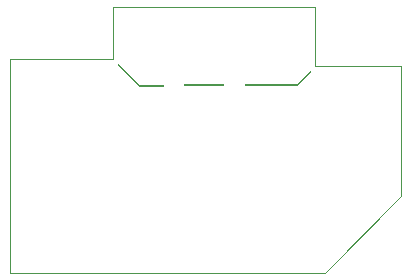
<source format=gbr>
%TF.GenerationSoftware,KiCad,Pcbnew,(5.99.0-2195-g476558ece)*%
%TF.CreationDate,2022-04-08T17:32:19-07:00*%
%TF.ProjectId,wwu_pico1,7777755f-7069-4636-9f31-2e6b69636164,rev?*%
%TF.SameCoordinates,Original*%
%TF.FileFunction,Profile,NP*%
%FSLAX46Y46*%
G04 Gerber Fmt 4.6, Leading zero omitted, Abs format (unit mm)*
G04 Created by KiCad (PCBNEW (5.99.0-2195-g476558ece)) date 2022-04-08 17:32:19*
%MOMM*%
%LPD*%
G01*
G04 APERTURE LIST*
%TA.AperFunction,Profile*%
%ADD10C,0.100000*%
%TD*%
G04 APERTURE END LIST*
D10*
X144500000Y-71500000D02*
X144500000Y-71400000D01*
X143400000Y-72600000D02*
X144500000Y-71500000D01*
X139000000Y-72600000D02*
X143400000Y-72600000D01*
X139000000Y-72500000D02*
X139000000Y-72600000D01*
X143400000Y-72500000D02*
X139000000Y-72500000D01*
X144500000Y-71400000D02*
X143400000Y-72500000D01*
X137100000Y-72600000D02*
X133800000Y-72600000D01*
X137100000Y-72500000D02*
X137100000Y-72600000D01*
X133800000Y-72500000D02*
X137100000Y-72500000D01*
X133800000Y-72600000D02*
X133800000Y-72500000D01*
X128200000Y-70800000D02*
X128200000Y-70900000D01*
X130000000Y-72600000D02*
X128200000Y-70800000D01*
X132000000Y-72600000D02*
X130000000Y-72600000D01*
X132000000Y-72700000D02*
X132000000Y-72600000D01*
X130000000Y-72700000D02*
X132000000Y-72700000D01*
X128200000Y-70900000D02*
X130000000Y-72700000D01*
X144900000Y-66000000D02*
X144900000Y-71000000D01*
X127800000Y-66000000D02*
X144900000Y-66000000D01*
X127800000Y-70400000D02*
X127800000Y-66000000D01*
X119100000Y-70400000D02*
X127800000Y-70400000D01*
X119100000Y-88500000D02*
X119100000Y-70400000D01*
X145700000Y-88500000D02*
X119100000Y-88500000D01*
X152200000Y-82000000D02*
X145700000Y-88500000D01*
X152200000Y-71000000D02*
X152200000Y-82000000D01*
X144900000Y-71000000D02*
X152200000Y-71000000D01*
M02*

</source>
